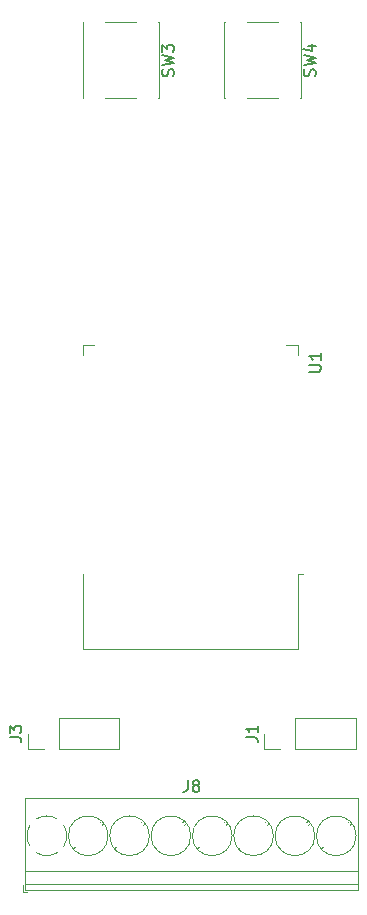
<source format=gto>
G04 #@! TF.GenerationSoftware,KiCad,Pcbnew,(6.0.1-0)*
G04 #@! TF.CreationDate,2022-02-14T15:17:06-08:00*
G04 #@! TF.ProjectId,lamp,6c616d70-2e6b-4696-9361-645f70636258,rev?*
G04 #@! TF.SameCoordinates,Original*
G04 #@! TF.FileFunction,Legend,Top*
G04 #@! TF.FilePolarity,Positive*
%FSLAX46Y46*%
G04 Gerber Fmt 4.6, Leading zero omitted, Abs format (unit mm)*
G04 Created by KiCad (PCBNEW (6.0.1-0)) date 2022-02-14 15:17:06*
%MOMM*%
%LPD*%
G01*
G04 APERTURE LIST*
%ADD10C,0.150000*%
%ADD11C,0.120000*%
G04 APERTURE END LIST*
D10*
G04 #@! TO.C,J8*
X149666666Y-111948530D02*
X149666666Y-112662816D01*
X149619047Y-112805673D01*
X149523809Y-112900911D01*
X149380952Y-112948530D01*
X149285714Y-112948530D01*
X150285714Y-112377102D02*
X150190476Y-112329483D01*
X150142857Y-112281864D01*
X150095238Y-112186626D01*
X150095238Y-112139007D01*
X150142857Y-112043769D01*
X150190476Y-111996150D01*
X150285714Y-111948530D01*
X150476190Y-111948530D01*
X150571428Y-111996150D01*
X150619047Y-112043769D01*
X150666666Y-112139007D01*
X150666666Y-112186626D01*
X150619047Y-112281864D01*
X150571428Y-112329483D01*
X150476190Y-112377102D01*
X150285714Y-112377102D01*
X150190476Y-112424721D01*
X150142857Y-112472340D01*
X150095238Y-112567578D01*
X150095238Y-112758054D01*
X150142857Y-112853292D01*
X150190476Y-112900911D01*
X150285714Y-112948530D01*
X150476190Y-112948530D01*
X150571428Y-112900911D01*
X150619047Y-112853292D01*
X150666666Y-112758054D01*
X150666666Y-112567578D01*
X150619047Y-112472340D01*
X150571428Y-112424721D01*
X150476190Y-112377102D01*
G04 #@! TO.C,SW3*
X148454761Y-52333333D02*
X148502380Y-52190476D01*
X148502380Y-51952380D01*
X148454761Y-51857142D01*
X148407142Y-51809523D01*
X148311904Y-51761904D01*
X148216666Y-51761904D01*
X148121428Y-51809523D01*
X148073809Y-51857142D01*
X148026190Y-51952380D01*
X147978571Y-52142857D01*
X147930952Y-52238095D01*
X147883333Y-52285714D01*
X147788095Y-52333333D01*
X147692857Y-52333333D01*
X147597619Y-52285714D01*
X147550000Y-52238095D01*
X147502380Y-52142857D01*
X147502380Y-51904761D01*
X147550000Y-51761904D01*
X147502380Y-51428571D02*
X148502380Y-51190476D01*
X147788095Y-51000000D01*
X148502380Y-50809523D01*
X147502380Y-50571428D01*
X147502380Y-50285714D02*
X147502380Y-49666666D01*
X147883333Y-50000000D01*
X147883333Y-49857142D01*
X147930952Y-49761904D01*
X147978571Y-49714285D01*
X148073809Y-49666666D01*
X148311904Y-49666666D01*
X148407142Y-49714285D01*
X148454761Y-49761904D01*
X148502380Y-49857142D01*
X148502380Y-50142857D01*
X148454761Y-50238095D01*
X148407142Y-50285714D01*
G04 #@! TO.C,SW4*
X160454761Y-52333333D02*
X160502380Y-52190476D01*
X160502380Y-51952380D01*
X160454761Y-51857142D01*
X160407142Y-51809523D01*
X160311904Y-51761904D01*
X160216666Y-51761904D01*
X160121428Y-51809523D01*
X160073809Y-51857142D01*
X160026190Y-51952380D01*
X159978571Y-52142857D01*
X159930952Y-52238095D01*
X159883333Y-52285714D01*
X159788095Y-52333333D01*
X159692857Y-52333333D01*
X159597619Y-52285714D01*
X159550000Y-52238095D01*
X159502380Y-52142857D01*
X159502380Y-51904761D01*
X159550000Y-51761904D01*
X159502380Y-51428571D02*
X160502380Y-51190476D01*
X159788095Y-51000000D01*
X160502380Y-50809523D01*
X159502380Y-50571428D01*
X159835714Y-49761904D02*
X160502380Y-49761904D01*
X159454761Y-50000000D02*
X160169047Y-50238095D01*
X160169047Y-49619047D01*
G04 #@! TO.C,J3*
X134597380Y-108333333D02*
X135311666Y-108333333D01*
X135454523Y-108380952D01*
X135549761Y-108476190D01*
X135597380Y-108619047D01*
X135597380Y-108714285D01*
X134597380Y-107952380D02*
X134597380Y-107333333D01*
X134978333Y-107666666D01*
X134978333Y-107523809D01*
X135025952Y-107428571D01*
X135073571Y-107380952D01*
X135168809Y-107333333D01*
X135406904Y-107333333D01*
X135502142Y-107380952D01*
X135549761Y-107428571D01*
X135597380Y-107523809D01*
X135597380Y-107809523D01*
X135549761Y-107904761D01*
X135502142Y-107952380D01*
G04 #@! TO.C,J1*
X154597380Y-108333333D02*
X155311666Y-108333333D01*
X155454523Y-108380952D01*
X155549761Y-108476190D01*
X155597380Y-108619047D01*
X155597380Y-108714285D01*
X155597380Y-107333333D02*
X155597380Y-107904761D01*
X155597380Y-107619047D02*
X154597380Y-107619047D01*
X154740238Y-107714285D01*
X154835476Y-107809523D01*
X154883095Y-107904761D01*
G04 #@! TO.C,U1*
X159957288Y-77346260D02*
X160766812Y-77346260D01*
X160862050Y-77298641D01*
X160909669Y-77251022D01*
X160957288Y-77155784D01*
X160957288Y-76965308D01*
X160909669Y-76870070D01*
X160862050Y-76822451D01*
X160766812Y-76774832D01*
X159957288Y-76774832D01*
X160957288Y-75774832D02*
X160957288Y-76346260D01*
X160957288Y-76060546D02*
X159957288Y-76060546D01*
X160100146Y-76155784D01*
X160195384Y-76251022D01*
X160243003Y-76346260D01*
D11*
G04 #@! TO.C,J8*
X142320000Y-115381150D02*
X142226000Y-115475150D01*
X161105000Y-117597150D02*
X160976000Y-117725150D01*
X154275000Y-117837150D02*
X154181000Y-117930150D01*
X135940000Y-120756150D02*
X164060000Y-120756150D01*
X135940000Y-121216150D02*
X164060000Y-121216150D01*
X154105000Y-117597150D02*
X153976000Y-117725150D01*
X150605000Y-117597150D02*
X150476000Y-117725150D01*
X150775000Y-117837150D02*
X150681000Y-117930150D01*
X157775000Y-117837150D02*
X157681000Y-117930150D01*
X156320000Y-115381150D02*
X156226000Y-115475150D01*
X153025000Y-115587150D02*
X152896000Y-115715150D01*
X142525000Y-115587150D02*
X142396000Y-115715150D01*
X135700000Y-120816150D02*
X135700000Y-121456150D01*
X145820000Y-115381150D02*
X145726000Y-115475150D01*
X140105000Y-117597150D02*
X139976000Y-117725150D01*
X152820000Y-115381150D02*
X152726000Y-115475150D01*
X143605000Y-117597150D02*
X143476000Y-117725150D01*
X149320000Y-115381150D02*
X149226000Y-115475150D01*
X135940000Y-113496150D02*
X135940000Y-121216150D01*
X135700000Y-121456150D02*
X136100000Y-121456150D01*
X163525000Y-115587150D02*
X163396000Y-115715150D01*
X147105000Y-117597150D02*
X146976000Y-117725150D01*
X157605000Y-117597150D02*
X157476000Y-117725150D01*
X161275000Y-117837150D02*
X161181000Y-117930150D01*
X160025000Y-115587150D02*
X159896000Y-115715150D01*
X143775000Y-117837150D02*
X143681000Y-117930150D01*
X135940000Y-113496150D02*
X164060000Y-113496150D01*
X159820000Y-115381150D02*
X159726000Y-115475150D01*
X140275000Y-117837150D02*
X140181000Y-117930150D01*
X163320000Y-115381150D02*
X163226000Y-115475150D01*
X149525000Y-115587150D02*
X149396000Y-115715150D01*
X156525000Y-115587150D02*
X156396000Y-115715150D01*
X147275000Y-117837150D02*
X147181000Y-117930150D01*
X146025000Y-115587150D02*
X145896000Y-115715150D01*
X164060000Y-113496150D02*
X164060000Y-121216150D01*
X135940000Y-119656150D02*
X164060000Y-119656150D01*
X138616000Y-115216149D02*
G75*
G03*
X136860106Y-115230792I-866000J-1439999D01*
G01*
X136884000Y-118096150D02*
G75*
G03*
X137778674Y-118336249I866003J1440014D01*
G01*
X137750000Y-118336150D02*
G75*
G03*
X138640264Y-118080871I3J1679990D01*
G01*
X139175000Y-117547150D02*
G75*
G03*
X139175504Y-115765957I-1425003J891000D01*
G01*
X136309999Y-115790150D02*
G75*
G03*
X136324642Y-117546044I1439999J-866000D01*
G01*
X160430000Y-116656150D02*
G75*
G03*
X160430000Y-116656150I-1680000J0D01*
G01*
X156930000Y-116656150D02*
G75*
G03*
X156930000Y-116656150I-1680000J0D01*
G01*
X149930000Y-116656150D02*
G75*
G03*
X149930000Y-116656150I-1680000J0D01*
G01*
X142930000Y-116656150D02*
G75*
G03*
X142930000Y-116656150I-1680000J0D01*
G01*
X163930000Y-116656150D02*
G75*
G03*
X163930000Y-116656150I-1680000J0D01*
G01*
X153430000Y-116656150D02*
G75*
G03*
X153430000Y-116656150I-1680000J0D01*
G01*
X146430000Y-116656150D02*
G75*
G03*
X146430000Y-116656150I-1680000J0D01*
G01*
G04 #@! TO.C,SW3*
X140770000Y-47770000D02*
X140770000Y-54230000D01*
X147230000Y-47770000D02*
X147230000Y-54230000D01*
X145300000Y-54230000D02*
X142700000Y-54230000D01*
X140770000Y-47770000D02*
X140800000Y-47770000D01*
X147200000Y-47770000D02*
X147230000Y-47770000D01*
X147230000Y-54230000D02*
X147200000Y-54230000D01*
X140770000Y-54230000D02*
X140800000Y-54230000D01*
X145300000Y-47770000D02*
X142700000Y-47770000D01*
G04 #@! TO.C,SW4*
X159230000Y-54230000D02*
X159200000Y-54230000D01*
X159230000Y-47770000D02*
X159230000Y-54230000D01*
X157300000Y-47770000D02*
X154700000Y-47770000D01*
X152770000Y-47770000D02*
X152800000Y-47770000D01*
X152770000Y-47770000D02*
X152770000Y-54230000D01*
X159200000Y-47770000D02*
X159230000Y-47770000D01*
X157300000Y-54230000D02*
X154700000Y-54230000D01*
X152770000Y-54230000D02*
X152800000Y-54230000D01*
G04 #@! TO.C,J3*
X138745000Y-106670000D02*
X143885000Y-106670000D01*
X143885000Y-109330000D02*
X143885000Y-106670000D01*
X138745000Y-109330000D02*
X138745000Y-106670000D01*
X137475000Y-109330000D02*
X136145000Y-109330000D01*
X138745000Y-109330000D02*
X143885000Y-109330000D01*
X136145000Y-109330000D02*
X136145000Y-108000000D01*
G04 #@! TO.C,J1*
X157475000Y-109330000D02*
X156145000Y-109330000D01*
X158745000Y-109330000D02*
X158745000Y-106670000D01*
X163885000Y-109330000D02*
X163885000Y-106670000D01*
X158745000Y-106670000D02*
X163885000Y-106670000D01*
X158745000Y-109330000D02*
X163885000Y-109330000D01*
X156145000Y-109330000D02*
X156145000Y-108000000D01*
G04 #@! TO.C,U1*
X159014908Y-94459356D02*
X159394908Y-94459356D01*
X140774908Y-75134356D02*
X141774908Y-75134356D01*
X159014908Y-75134356D02*
X158014908Y-75134356D01*
X140774908Y-100879356D02*
X140774908Y-94459356D01*
X159014908Y-100879356D02*
X140774908Y-100879356D01*
X159014908Y-100879356D02*
X159014908Y-94459356D01*
X159014908Y-75914356D02*
X159014908Y-75134356D01*
X140774908Y-75914356D02*
X140774908Y-75134356D01*
G04 #@! TD*
M02*

</source>
